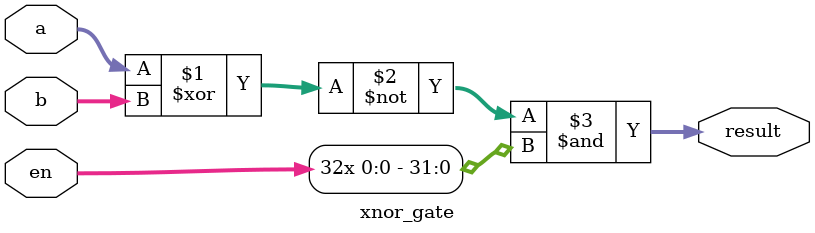
<source format=v>
module xnor_gate(
    input [31:0]a,b,
    input en,
    output [31:0]result
);
     assign  result = (~(a ^ b))& {32{en}};
endmodule
</source>
